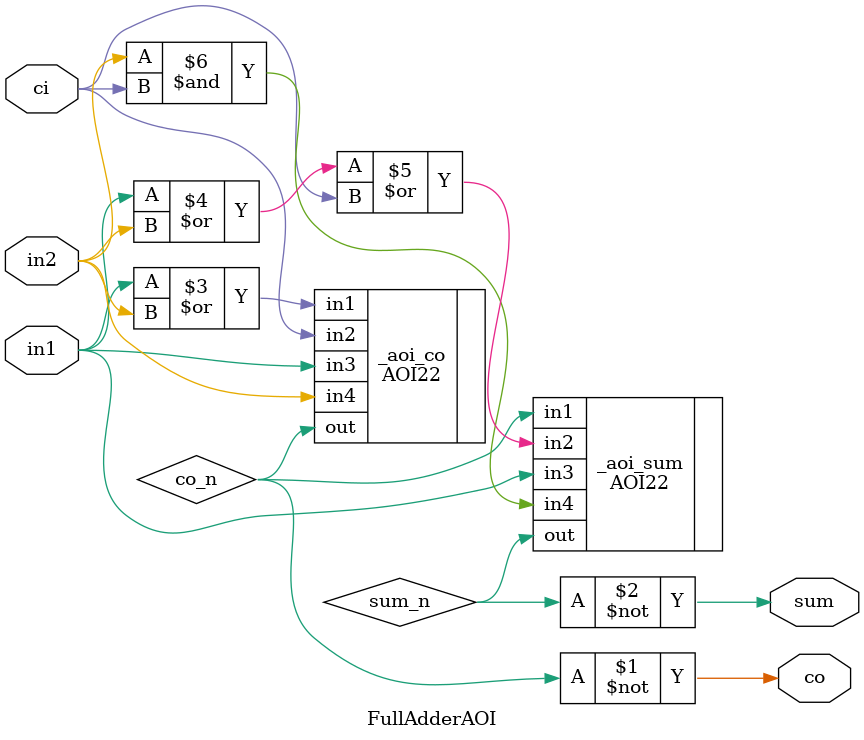
<source format=sv>
/* Full Adder using And-Or-Invert (AOI) logic.
 *
 * Author: Igor Lesik 2020.
 *
 * AOI logic is a technique of using equivalent Boolean logic expressions
 * to reduce the number of gates required for a particular expression.
 * This, in turn, reduces capacitance and consequently propagation times.
 *
 * For this design, AOI logic has been applied to the calculation of the *Sum* bit:
 *
 * Sumₖ = Aₖ ⊕ Bₖ ⊕ Cₖ = (Aₖ + Bₖ + Cₖ)~Cₖ₊₁ + AₖBₖCₖ
 *
 * where Cₖ₊₁ = AₖBₖ + Cₖ(Aₖ + Bₖ)
 *
 * Instead of using two XOR gates to implement the Sum bit,
 * the circuit takes advantage of the fact that ~Cₖ₊₁ already computed
 * and uses fewer gates to calculate the rest of the expression.
 *
 */
module FullAdderAOI (
    input  wire in1,
    input  wire in2,
    input  wire ci,  // carry in
    output wire sum,
    output wire co   // carry out
);

     wire co_n, sum_n;

     assign co = ~co_n;
     assign sum = ~sum_n;

     AOI22 _aoi_co(.out(co_n), .in1(in1|in2), .in2(ci), .in3(in1), .in4(in2));

     AOI22 _aoi_sum(.out(sum_n), .in1(co_n), .in2(in1|in2|ci), .in3(in1), .in4(in2 & ci));

endmodule: FullAdderAOI

</source>
